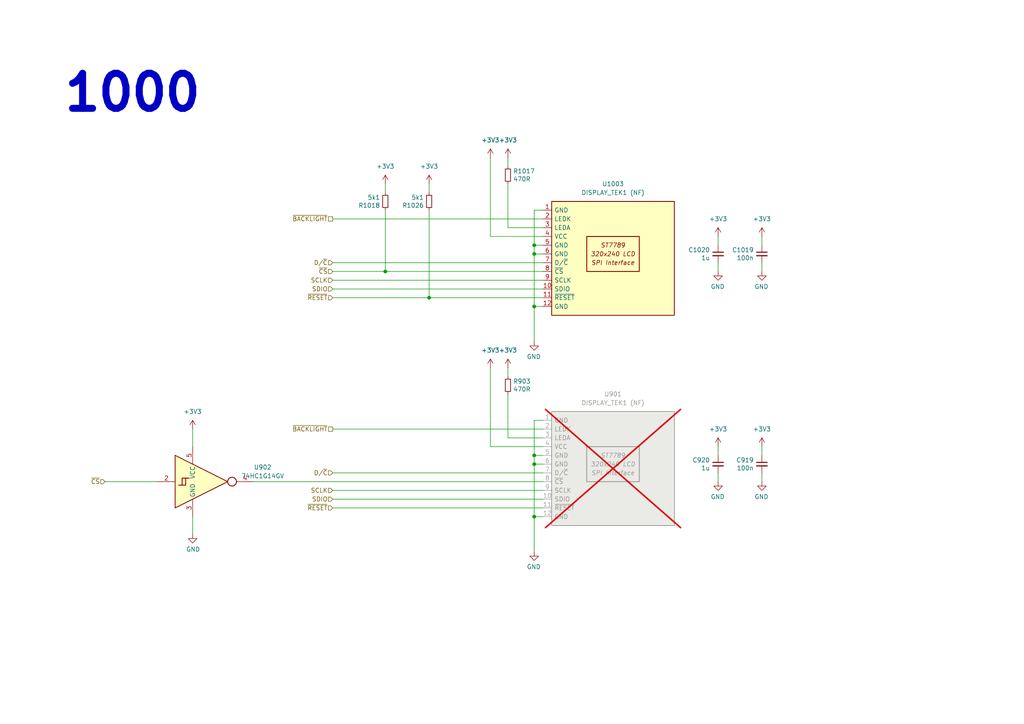
<source format=kicad_sch>
(kicad_sch (version 20231120) (generator "eeschema") (generator_version "8.0")
  (paper "A4")
  (lib_symbols
    (symbol "74xGxx:SN74LVC1G14DBV"
      (property "Reference" "U" (at -5.08 10.16 0))
      (property "Value" "SN74LVC1G14DBV" (at 20.32 10.16 0))
      (symbol "SN74LVC1G14DBV_0_1"
        (polyline (pts (xy -2.032 1.016) (xy -1.016 1.016)) (stroke (width 0.254)) (fill (type background)))
        (polyline (pts (xy -5.08 7.62) (xy -5.08 -7.62) (xy 10.16 0) (xy -5.08 7.62)) (stroke (width 0.254)) (fill (type background)))
        (polyline (pts (xy -3.048 -1.016) (xy -3.048 1.016) (xy -2.032 1.016) (xy -2.032 -1.016) (xy -4.064 -1.016)) (stroke (width 0.254)) (fill (type background)))
        (circle (center 11.43 0) (radius 1.27) (stroke (width 0.254)))
      )
      (symbol "SN74LVC1G14DBV_1_1"
        (pin no_connect line (at 10.16 0 180) (length 5.08) hide (name "NC") (number "1"))
        (pin input line (at -10.16 0 0) (length 5.08) (name "~") (number "2"))
        (pin power_in line (at 0 -10.16 90) (length 5.08) (name "GND") (number "3"))
        (pin output line (at 17.78 0 180) (length 5.08) (name "~") (number "4"))
        (pin power_in line (at 0 10.16 270) (length 5.08) (name "VCC") (number "5"))
      )
    )
    (symbol "power:+3V3" (power) (pin_names (offset 0))
      (property "Value" "+3V3" (at 0 3.556 0))
      (symbol "+3V3_0_1"
        (polyline (pts (xy -0.762 1.27) (xy 0 2.54)))
        (polyline (pts (xy 0 0) (xy 0 2.54)))
        (polyline (pts (xy 0 2.54) (xy 0.762 1.27)))
      )
      (symbol "+3V3_1_1"
        (pin power_in line (at 0 0 90) (length 0) hide (name "+3V3") (number "1"))
      )
    )
    (symbol "power:GND" (power) (pin_names (offset 0))
      (property "Value" "GND" (at 0 -3.81 0))
      (symbol "GND_0_1"
        (polyline (pts (xy 0 0) (xy 0 -1.27) (xy 1.27 -1.27) (xy 0 -2.54) (xy -1.27 -1.27) (xy 0 -1.27)))
      )
      (symbol "GND_1_1"
        (pin power_in line (at 0 0 270) (length 0) hide (name "GND") (number "1"))
      )
    )
    (symbol "suku_basics:CAP" (pin_numbers hide) (pin_names (offset 0.254) hide)
      (property "Reference" "C" (at 0.254 1.778 0))
      (symbol "CAP_0_1"
        (polyline (pts (xy -1.524 -0.508) (xy 1.524 -0.508)) (stroke (width 0.3302)))
        (polyline (pts (xy -1.524 0.508) (xy 1.524 0.508)) (stroke (width 0.3048)))
      )
      (symbol "CAP_1_1"
        (pin passive line (at 0 2.54 270) (length 2.032) (name "~") (number "1"))
        (pin passive line (at 0 -2.54 90) (length 2.032) (name "~") (number "2"))
      )
    )
    (symbol "suku_basics:DISPLAY_TEK1" (pin_names (offset 0.762))
      (property "Reference" "U" (at -17.78 20.32 0))
      (property "Value" "DISPLAY_TEK1" (at -10.16 20.32 0))
      (symbol "DISPLAY_TEK1_0_0"
        (text "320x240 LCD" (at 0 0 0) (effects (font (size 1.27 1.27) (italic yes))))
      )
      (symbol "DISPLAY_TEK1_0_1"
        (rectangle (start -17.78 15.24) (end 17.78 -17.78) (stroke (width 0.254)) (fill (type background)))
        (rectangle (start -7.62 5.08) (end 7.62 -5.08) (stroke (width 0.254)))
      )
      (symbol "DISPLAY_TEK1_1_0"
        (text "SPI Interface" (at 0 -2.54 0) (effects (font (size 1.27 1.27) (italic yes))))
        (text "ST7789" (at 0 2.54 0) (effects (font (size 1.27 1.27) (italic yes))))
      )
      (symbol "DISPLAY_TEK1_1_1"
        (pin power_in line (at 20.32 12.7 180) (length 2.54) (name "GND") (number "1"))
        (pin input line (at 20.32 -10.16 180) (length 2.54) (name "SDIO") (number "10"))
        (pin input line (at 20.32 -12.7 180) (length 2.54) (name "~{RESET}") (number "11"))
        (pin power_in line (at 20.32 -15.24 180) (length 2.54) (name "GND") (number "12"))
        (pin passive line (at 20.32 10.16 180) (length 2.54) (name "LEDK") (number "2"))
        (pin passive line (at 20.32 7.62 180) (length 2.54) (name "LEDA") (number "3"))
        (pin power_in line (at 20.32 5.08 180) (length 2.54) (name "VCC") (number "4"))
        (pin power_in line (at 20.32 2.54 180) (length 2.54) (name "GND") (number "5"))
        (pin power_in line (at 20.32 0 180) (length 2.54) (name "GND") (number "6"))
        (pin input line (at 20.32 -2.54 180) (length 2.54) (name "D/~{C}") (number "7"))
        (pin input line (at 20.32 -5.08 180) (length 2.54) (name "~{CS}") (number "8"))
        (pin input line (at 20.32 -7.62 180) (length 2.54) (name "SCLK") (number "9"))
      )
    )
    (symbol "suku_basics:RES" (pin_numbers hide) (pin_names (offset 0.254) hide)
      (property "Reference" "R" (at 0.762 0.508 0))
      (symbol "RES_1_1"
        (rectangle (start -0.762 1.778) (end 0.762 -1.778) (stroke (width 0.2032)))
        (pin passive line (at 0 2.54 270) (length 0.762) (name "~") (number "1"))
        (pin passive line (at 0 -2.54 90) (length 0.762) (name "~") (number "2"))
      )
    )
  )
  (junction (at 154.94 71.12))
  (junction (at 111.76 78.74))
  (junction (at 154.94 132.08))
  (junction (at 154.94 149.86))
  (junction (at 154.94 73.66))
  (junction (at 154.94 88.9))
  (junction (at 124.46 86.36))
  (junction (at 154.94 134.62))
  (wire (pts (xy 157.48 78.74) (xy 111.76 78.74)))
  (wire (pts (xy 111.76 53.34) (xy 111.76 55.88)))
  (wire (pts (xy 220.98 129.54) (xy 220.98 132.08)))
  (wire (pts (xy 220.98 137.16) (xy 220.98 139.7)))
  (wire (pts (xy 55.88 124.46) (xy 55.88 129.54)))
  (wire (pts (xy 142.24 68.58) (xy 157.48 68.58)))
  (wire (pts (xy 30.48 139.7) (xy 45.72 139.7)))
  (wire (pts (xy 208.28 68.58) (xy 208.28 71.12)))
  (wire (pts (xy 111.76 60.96) (xy 111.76 78.74)))
  (wire (pts (xy 220.98 76.2) (xy 220.98 78.74)))
  (wire (pts (xy 157.48 63.5) (xy 96.52 63.5)))
  (wire (pts (xy 111.76 78.74) (xy 96.52 78.74)))
  (wire (pts (xy 147.32 45.72) (xy 147.32 48.26)))
  (wire (pts (xy 142.24 106.68) (xy 142.24 129.54)))
  (wire (pts (xy 157.48 124.46) (xy 96.52 124.46)))
  (wire (pts (xy 142.24 129.54) (xy 157.48 129.54)))
  (wire (pts (xy 157.48 132.08) (xy 154.94 132.08)))
  (wire (pts (xy 208.28 76.2) (xy 208.28 78.74)))
  (wire (pts (xy 154.94 60.96) (xy 157.48 60.96)))
  (wire (pts (xy 154.94 71.12) (xy 154.94 73.66)))
  (wire (pts (xy 124.46 53.34) (xy 124.46 55.88)))
  (wire (pts (xy 157.48 71.12) (xy 154.94 71.12)))
  (wire (pts (xy 154.94 60.96) (xy 154.94 71.12)))
  (wire (pts (xy 157.48 142.24) (xy 96.52 142.24)))
  (wire (pts (xy 147.32 66.04) (xy 157.48 66.04)))
  (wire (pts (xy 147.32 127) (xy 157.48 127)))
  (wire (pts (xy 154.94 121.92) (xy 154.94 132.08)))
  (wire (pts (xy 147.32 106.68) (xy 147.32 109.22)))
  (wire (pts (xy 147.32 53.34) (xy 147.32 66.04)))
  (wire (pts (xy 157.48 73.66) (xy 154.94 73.66)))
  (wire (pts (xy 142.24 45.72) (xy 142.24 68.58)))
  (wire (pts (xy 147.32 114.3) (xy 147.32 127)))
  (wire (pts (xy 154.94 149.86) (xy 157.48 149.86)))
  (wire (pts (xy 55.88 149.86) (xy 55.88 154.94)))
  (wire (pts (xy 157.48 134.62) (xy 154.94 134.62)))
  (wire (pts (xy 208.28 129.54) (xy 208.28 132.08)))
  (wire (pts (xy 154.94 134.62) (xy 154.94 149.86)))
  (wire (pts (xy 157.48 147.32) (xy 96.52 147.32)))
  (wire (pts (xy 157.48 137.16) (xy 96.52 137.16)))
  (wire (pts (xy 208.28 137.16) (xy 208.28 139.7)))
  (wire (pts (xy 154.94 121.92) (xy 157.48 121.92)))
  (wire (pts (xy 220.98 68.58) (xy 220.98 71.12)))
  (wire (pts (xy 154.94 73.66) (xy 154.94 88.9)))
  (wire (pts (xy 154.94 132.08) (xy 154.94 134.62)))
  (wire (pts (xy 124.46 60.96) (xy 124.46 86.36)))
  (wire (pts (xy 154.94 160.02) (xy 154.94 149.86)))
  (wire (pts (xy 157.48 76.2) (xy 96.52 76.2)))
  (wire (pts (xy 157.48 144.78) (xy 96.52 144.78)))
  (wire (pts (xy 124.46 86.36) (xy 96.52 86.36)))
  (wire (pts (xy 154.94 99.06) (xy 154.94 88.9)))
  (wire (pts (xy 157.48 81.28) (xy 96.52 81.28)))
  (wire (pts (xy 157.48 83.82) (xy 96.52 83.82)))
  (wire (pts (xy 73.66 139.7) (xy 157.48 139.7)))
  (wire (pts (xy 157.48 86.36) (xy 124.46 86.36)))
  (wire (pts (xy 154.94 88.9) (xy 157.48 88.9)))
  (text "1000" (at 17.78 33.02 0) (effects (font (size 10.16 10.16) (thickness 2.032) (bold yes)) (justify left bottom)))
  (hierarchical_label "D{slash}~{C}" (shape input) (at 96.52 76.2 180))
  (hierarchical_label "SCLK" (shape input) (at 96.52 81.28 180))
  (hierarchical_label "SDIO" (shape input) (at 96.52 83.82 180))
  (hierarchical_label "~{RESET}" (shape input) (at 96.52 147.32 180))
  (hierarchical_label "~{CS}" (shape input) (at 96.52 78.74 180))
  (hierarchical_label "SDIO" (shape input) (at 96.52 144.78 180))
  (hierarchical_label "~{CS}" (shape input) (at 30.48 139.7 180))
  (hierarchical_label "SCLK" (shape input) (at 96.52 142.24 180))
  (hierarchical_label "~{BACKLIGHT}" (shape passive) (at 96.52 124.46 180))
  (hierarchical_label "~{RESET}" (shape input) (at 96.52 86.36 180))
  (hierarchical_label "D{slash}~{C}" (shape input) (at 96.52 137.16 180))
  (hierarchical_label "~{BACKLIGHT}" (shape passive) (at 96.52 63.5 180))
  (symbol (lib_id "power:+3V3") (at 111.76 53.34 0) (mirror y) (unit 1)
    (property "Reference" "#PWR01028" (effects (hide yes)))
    (property "Value" "+3V3" (at 111.76 48.26 0))
  )
  (symbol (lib_id "power:GND") (at 220.98 139.7 0) (mirror y) (unit 1)
    (property "Reference" "#PWR0966" (effects (hide yes)))
    (property "Value" "GND" (at 220.853 144.0942 0))
  )
  (symbol (lib_id "power:GND") (at 154.94 99.06 0) (mirror y) (unit 1)
    (property "Reference" "#PWR01027" (effects (hide yes)))
    (property "Value" "GND" (at 154.813 103.4542 0))
  )
  (symbol (lib_id "suku_basics:RES") (at 147.32 111.76 0) (unit 1)
    (property "Reference" "R903" (at 148.8186 110.5916 0) (effects (justify left)))
    (property "Value" "470R" (at 148.8186 112.903 0) (effects (justify left)))
    (property "Footprint" "suku_basics:RES_0402" (effects (hide yes)))
  )
  (symbol (lib_id "power:GND") (at 208.28 78.74 0) (mirror y) (unit 1)
    (property "Reference" "#PWR01032" (effects (hide yes)))
    (property "Value" "GND" (at 208.153 83.1342 0))
  )
  (symbol (lib_id "74xGxx:SN74LVC1G14DBV") (at 55.88 139.7 0) (unit 1)
    (property "Reference" "U902" (at 76.2 135.5091 0))
    (property "Value" "74HC1G14GV" (at 76.2 138.0491 0))
    (property "Footprint" "Package_TO_SOT_SMD:SOT-23-5" (effects (hide yes)))
    (property "Datasheet" "http://www.ti.com/lit/ds/symlink/sn74lvc1g14.pdf" (effects (hide yes)))
  )
  (symbol (lib_id "suku_basics:CAP") (at 220.98 73.66 0) (mirror y) (unit 1)
    (property "Reference" "C1019" (at 218.6432 72.4916 0) (effects (justify left)))
    (property "Value" "100n" (at 218.6432 74.803 0) (effects (justify left)))
    (property "Footprint" "suku_basics:CAP_0402" (effects (hide yes)))
  )
  (symbol (lib_id "power:GND") (at 55.88 154.94 0) (unit 1)
    (property "Reference" "#PWR0977" (effects (hide yes)))
    (property "Value" "GND" (at 56.007 159.3342 0))
  )
  (symbol (lib_id "power:+3V3") (at 124.46 53.34 0) (mirror y) (unit 1)
    (property "Reference" "#PWR01042" (effects (hide yes)))
    (property "Value" "+3V3" (at 124.46 48.26 0))
  )
  (symbol (lib_id "power:GND") (at 154.94 160.02 0) (mirror y) (unit 1)
    (property "Reference" "#PWR0976" (effects (hide yes)))
    (property "Value" "GND" (at 154.813 164.4142 0))
  )
  (symbol (lib_id "suku_basics:CAP") (at 208.28 134.62 0) (mirror y) (unit 1)
    (property "Reference" "C920" (at 205.9432 133.4516 0) (effects (justify left)))
    (property "Value" "1u" (at 205.9432 135.763 0) (effects (justify left)))
    (property "Footprint" "suku_basics:CAP_0402" (effects (hide yes)))
  )
  (symbol (lib_id "suku_basics:CAP") (at 208.28 73.66 0) (mirror y) (unit 1)
    (property "Reference" "C1020" (at 205.9432 72.4916 0) (effects (justify left)))
    (property "Value" "1u" (at 205.9432 74.803 0) (effects (justify left)))
    (property "Footprint" "suku_basics:CAP_0402" (effects (hide yes)))
  )
  (symbol (lib_id "power:+3V3") (at 142.24 45.72 0) (mirror y) (unit 1)
    (property "Reference" "#PWR01026" (effects (hide yes)))
    (property "Value" "+3V3" (at 142.24 40.64 0))
  )
  (symbol (lib_id "suku_basics:DISPLAY_TEK1") (at 177.8 134.62 0) (mirror y) (unit 1) (dnp yes)
    (property "Reference" "U901" (at 177.8 114.3 0))
    (property "Value" "DISPLAY_TEK1 (NF)" (at 177.8 116.84 0))
    (property "Footprint" "suku_basics:Display_TEK1_reversed" (effects (hide yes)))
    (property "Datasheet" "https://www.buydisplay.com/2-inch-ips-tft-lcd-display-ips-panel-screen-240x320-for-smart-watch" (effects (hide yes)))
  )
  (symbol (lib_id "power:+3V3") (at 208.28 129.54 0) (mirror y) (unit 1)
    (property "Reference" "#PWR0965" (effects (hide yes)))
    (property "Value" "+3V3" (at 208.28 124.46 0))
  )
  (symbol (lib_id "suku_basics:RES") (at 124.46 58.42 180) (unit 1)
    (property "Reference" "R1026" (at 122.9614 59.5884 0) (effects (justify left)))
    (property "Value" "5k1" (at 122.9614 57.277 0) (effects (justify left)))
    (property "Footprint" "suku_basics:RES_0402" (effects (hide yes)))
  )
  (symbol (lib_id "suku_basics:RES") (at 111.76 58.42 180) (unit 1)
    (property "Reference" "R1018" (at 110.2614 59.5884 0) (effects (justify left)))
    (property "Value" "5k1" (at 110.2614 57.277 0) (effects (justify left)))
    (property "Footprint" "suku_basics:RES_0402" (effects (hide yes)))
  )
  (symbol (lib_id "power:+3V3") (at 55.88 124.46 0) (unit 1)
    (property "Reference" "#PWR0962" (effects (hide yes)))
    (property "Value" "+3V3" (at 55.88 119.38 0))
  )
  (symbol (lib_id "power:GND") (at 208.28 139.7 0) (mirror y) (unit 1)
    (property "Reference" "#PWR0967" (effects (hide yes)))
    (property "Value" "GND" (at 208.153 144.0942 0))
  )
  (symbol (lib_id "power:GND") (at 220.98 78.74 0) (mirror y) (unit 1)
    (property "Reference" "#PWR01031" (effects (hide yes)))
    (property "Value" "GND" (at 220.853 83.1342 0))
  )
  (symbol (lib_id "power:+3V3") (at 142.24 106.68 0) (mirror y) (unit 1)
    (property "Reference" "#PWR0961" (effects (hide yes)))
    (property "Value" "+3V3" (at 142.24 101.6 0))
  )
  (symbol (lib_id "power:+3V3") (at 220.98 129.54 0) (mirror y) (unit 1)
    (property "Reference" "#PWR0964" (effects (hide yes)))
    (property "Value" "+3V3" (at 220.98 124.46 0))
  )
  (symbol (lib_id "suku_basics:RES") (at 147.32 50.8 0) (unit 1)
    (property "Reference" "R1017" (at 148.8186 49.6316 0) (effects (justify left)))
    (property "Value" "470R" (at 148.8186 51.943 0) (effects (justify left)))
    (property "Footprint" "suku_basics:RES_0402" (effects (hide yes)))
  )
  (symbol (lib_id "power:+3V3") (at 147.32 106.68 0) (mirror y) (unit 1)
    (property "Reference" "#PWR0960" (effects (hide yes)))
    (property "Value" "+3V3" (at 147.32 101.6 0))
  )
  (symbol (lib_id "power:+3V3") (at 147.32 45.72 0) (mirror y) (unit 1)
    (property "Reference" "#PWR01025" (effects (hide yes)))
    (property "Value" "+3V3" (at 147.32 40.64 0))
  )
  (symbol (lib_id "power:+3V3") (at 220.98 68.58 0) (mirror y) (unit 1)
    (property "Reference" "#PWR01029" (effects (hide yes)))
    (property "Value" "+3V3" (at 220.98 63.5 0))
  )
  (symbol (lib_id "power:+3V3") (at 208.28 68.58 0) (mirror y) (unit 1)
    (property "Reference" "#PWR01030" (effects (hide yes)))
    (property "Value" "+3V3" (at 208.28 63.5 0))
  )
  (symbol (lib_id "suku_basics:DISPLAY_TEK1") (at 177.8 73.66 0) (mirror y) (unit 1)
    (property "Reference" "U1003" (at 177.8 53.34 0))
    (property "Value" "DISPLAY_TEK1 (NF)" (at 177.8 55.88 0))
    (property "Footprint" "suku_basics:Display_TEK1" (effects (hide yes)))
    (property "Datasheet" "https://www.buydisplay.com/2-inch-ips-tft-lcd-display-ips-panel-screen-240x320-for-smart-watch" (effects (hide yes)))
  )
  (symbol (lib_id "suku_basics:CAP") (at 220.98 134.62 0) (mirror y) (unit 1)
    (property "Reference" "C919" (at 218.6432 133.4516 0) (effects (justify left)))
    (property "Value" "100n" (at 218.6432 135.763 0) (effects (justify left)))
    (property "Footprint" "suku_basics:CAP_0402" (effects (hide yes)))
  )
)
</source>
